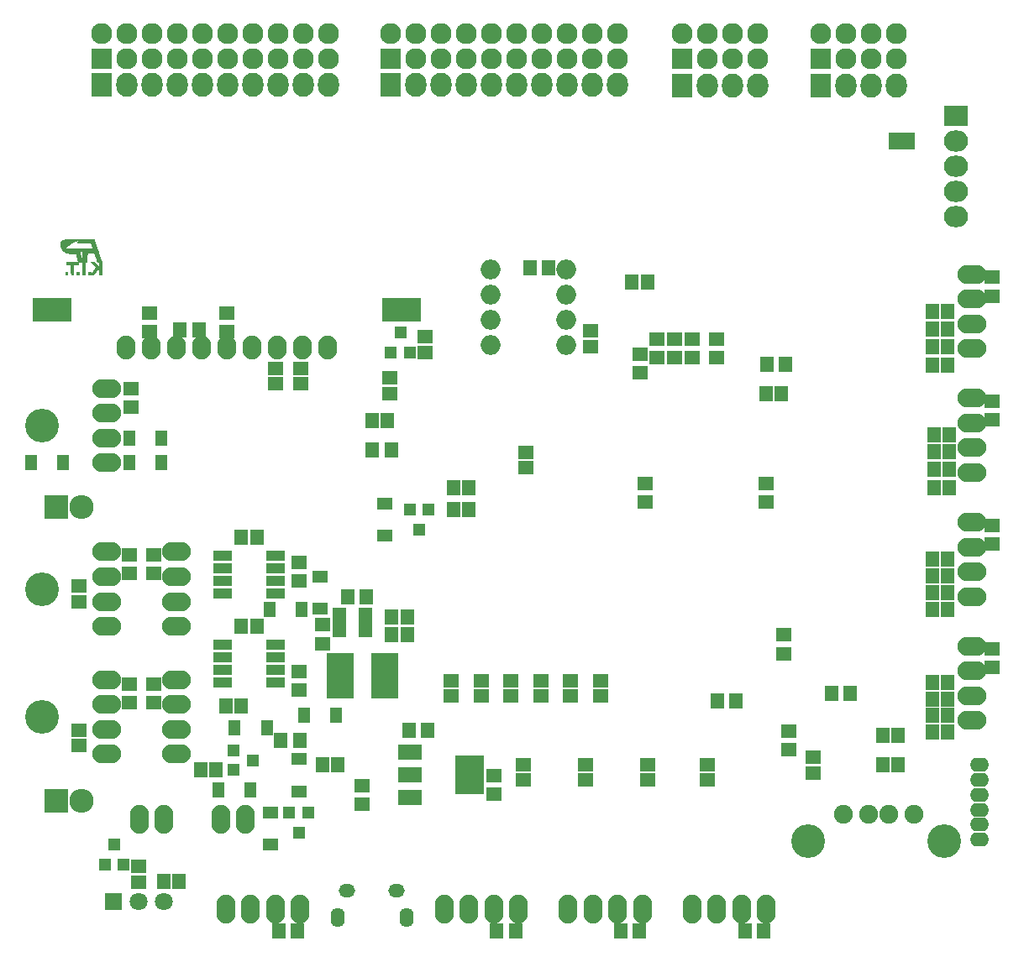
<source format=gbr>
G04 #@! TF.GenerationSoftware,KiCad,Pcbnew,(5.0.0)*
G04 #@! TF.CreationDate,2019-02-23T04:14:29+09:00*
G04 #@! TF.ProjectId,stm32f4_Centaurus,73746D333266345F43656E7461757275,rev?*
G04 #@! TF.SameCoordinates,Original*
G04 #@! TF.FileFunction,Soldermask,Bot*
G04 #@! TF.FilePolarity,Negative*
%FSLAX46Y46*%
G04 Gerber Fmt 4.6, Leading zero omitted, Abs format (unit mm)*
G04 Created by KiCad (PCBNEW (5.0.0)) date 02/23/19 04:14:29*
%MOMM*%
%LPD*%
G01*
G04 APERTURE LIST*
%ADD10C,0.010000*%
%ADD11R,1.600000X1.400000*%
%ADD12O,2.000000X2.000000*%
%ADD13O,2.127200X2.432000*%
%ADD14R,2.127200X2.432000*%
%ADD15R,2.127200X2.127200*%
%ADD16O,2.127200X2.127200*%
%ADD17C,3.400000*%
%ADD18O,2.900000X1.900000*%
%ADD19R,1.400000X1.600000*%
%ADD20R,1.310000X1.620000*%
%ADD21R,1.620000X1.310000*%
%ADD22R,2.800000X4.600000*%
%ADD23O,1.924000X1.400000*%
%ADD24C,1.901140*%
%ADD25C,3.399740*%
%ADD26R,2.400000X1.600000*%
%ADD27R,2.900000X3.900000*%
%ADD28O,1.650000X1.350000*%
%ADD29O,1.400000X1.950000*%
%ADD30O,1.900000X2.900000*%
%ADD31O,2.432000X2.127200*%
%ADD32R,2.432000X2.127200*%
%ADD33R,1.200100X1.200100*%
%ADD34R,1.400760X1.090880*%
%ADD35R,1.950000X1.000000*%
%ADD36R,2.432000X2.432000*%
%ADD37O,2.432000X2.432000*%
%ADD38R,1.365200X1.670000*%
%ADD39O,1.900000X2.400000*%
%ADD40R,3.900000X2.400000*%
%ADD41R,1.797000X1.797000*%
%ADD42C,1.797000*%
G04 APERTURE END LIST*
D10*
G04 #@! TO.C,U10*
G36*
X60353264Y-66966375D02*
X60261575Y-66966446D01*
X60174218Y-66966636D01*
X60092029Y-66966939D01*
X60015845Y-66967347D01*
X59946504Y-66967851D01*
X59884843Y-66968443D01*
X59831699Y-66969117D01*
X59787909Y-66969863D01*
X59754309Y-66970674D01*
X59731738Y-66971542D01*
X59721637Y-66972350D01*
X59695126Y-66976427D01*
X59668508Y-66980397D01*
X59655459Y-66982280D01*
X59622039Y-66989215D01*
X59582223Y-67000859D01*
X59540539Y-67015633D01*
X59501515Y-67031956D01*
X59474777Y-67045333D01*
X59421867Y-67081802D01*
X59376174Y-67127687D01*
X59338800Y-67181379D01*
X59310847Y-67241270D01*
X59293417Y-67305753D01*
X59292459Y-67311374D01*
X59289132Y-67331830D01*
X59971293Y-67333434D01*
X60653455Y-67335038D01*
X60680153Y-67413822D01*
X60688670Y-67438922D01*
X60700551Y-67473882D01*
X60715091Y-67516631D01*
X60731584Y-67565098D01*
X60749327Y-67617212D01*
X60767614Y-67670902D01*
X60779880Y-67706899D01*
X60796669Y-67756202D01*
X60812100Y-67801592D01*
X60825717Y-67841722D01*
X60837065Y-67875248D01*
X60845689Y-67900824D01*
X60851132Y-67917105D01*
X60852944Y-67922741D01*
X60846736Y-67922890D01*
X60828474Y-67923048D01*
X60798708Y-67923215D01*
X60757990Y-67923389D01*
X60706871Y-67923569D01*
X60645901Y-67923754D01*
X60575632Y-67923942D01*
X60496614Y-67924133D01*
X60409399Y-67924326D01*
X60314538Y-67924518D01*
X60212581Y-67924710D01*
X60104080Y-67924899D01*
X59989586Y-67925085D01*
X59869650Y-67925266D01*
X59744822Y-67925442D01*
X59615654Y-67925611D01*
X59482697Y-67925771D01*
X59374987Y-67925892D01*
X59239418Y-67926023D01*
X59107200Y-67926120D01*
X58978886Y-67926182D01*
X58855027Y-67926212D01*
X58736172Y-67926210D01*
X58622874Y-67926177D01*
X58515684Y-67926113D01*
X58415152Y-67926019D01*
X58321829Y-67925897D01*
X58236267Y-67925746D01*
X58159016Y-67925569D01*
X58090628Y-67925365D01*
X58031653Y-67925135D01*
X57982643Y-67924881D01*
X57944148Y-67924603D01*
X57916721Y-67924301D01*
X57900911Y-67923978D01*
X57896997Y-67923706D01*
X57901892Y-67917800D01*
X57915853Y-67905250D01*
X57937798Y-67886884D01*
X57966643Y-67863535D01*
X58001307Y-67836031D01*
X58040705Y-67805202D01*
X58083754Y-67771880D01*
X58129372Y-67736895D01*
X58176476Y-67701076D01*
X58223982Y-67665254D01*
X58270808Y-67630259D01*
X58315870Y-67596921D01*
X58358085Y-67566071D01*
X58396371Y-67538539D01*
X58429644Y-67515155D01*
X58432729Y-67513025D01*
X58477258Y-67482873D01*
X58528514Y-67449057D01*
X58583827Y-67413268D01*
X58640526Y-67377200D01*
X58695941Y-67342547D01*
X58747401Y-67311000D01*
X58792235Y-67284254D01*
X58807742Y-67275265D01*
X58842268Y-67255999D01*
X58883109Y-67234070D01*
X58927820Y-67210710D01*
X58973957Y-67187154D01*
X59019075Y-67164632D01*
X59060730Y-67144379D01*
X59096478Y-67127627D01*
X59123873Y-67115609D01*
X59126029Y-67114727D01*
X59148628Y-67105448D01*
X59167995Y-67097286D01*
X59179603Y-67092161D01*
X59210474Y-67078902D01*
X59249081Y-67064392D01*
X59293234Y-67049263D01*
X59340746Y-67034143D01*
X59389427Y-67019665D01*
X59437089Y-67006457D01*
X59481543Y-66995150D01*
X59520602Y-66986375D01*
X59552076Y-66980763D01*
X59572706Y-66978933D01*
X59586330Y-66977102D01*
X59592410Y-66972664D01*
X59592431Y-66972359D01*
X59586286Y-66971259D01*
X59568476Y-66970296D01*
X59539943Y-66969466D01*
X59501627Y-66968765D01*
X59454469Y-66968189D01*
X59399409Y-66967735D01*
X59337388Y-66967399D01*
X59269346Y-66967177D01*
X59196225Y-66967064D01*
X59118964Y-66967058D01*
X59038504Y-66967155D01*
X58955787Y-66967350D01*
X58871752Y-66967639D01*
X58787340Y-66968020D01*
X58703492Y-66968488D01*
X58621148Y-66969039D01*
X58541248Y-66969670D01*
X58464735Y-66970377D01*
X58392547Y-66971155D01*
X58325626Y-66972002D01*
X58264913Y-66972913D01*
X58211347Y-66973884D01*
X58165870Y-66974912D01*
X58129421Y-66975993D01*
X58102943Y-66977122D01*
X58087375Y-66978297D01*
X58086079Y-66978471D01*
X58008678Y-66992962D01*
X57934563Y-67012585D01*
X57865623Y-67036604D01*
X57803749Y-67064285D01*
X57750829Y-67094890D01*
X57713060Y-67123753D01*
X57669398Y-67170950D01*
X57633938Y-67226647D01*
X57607588Y-67289065D01*
X57591254Y-67356423D01*
X57589932Y-67365319D01*
X57587626Y-67390502D01*
X57586241Y-67423288D01*
X57585778Y-67459631D01*
X57586238Y-67495487D01*
X57587622Y-67526810D01*
X57589895Y-67549330D01*
X57607632Y-67634435D01*
X57633369Y-67720763D01*
X57666013Y-67805951D01*
X57704474Y-67887635D01*
X57747659Y-67963451D01*
X57794475Y-68031034D01*
X57833977Y-68077764D01*
X57888378Y-68129225D01*
X57952887Y-68177873D01*
X58028473Y-68224399D01*
X58073594Y-68248555D01*
X58134831Y-68278317D01*
X58192432Y-68302637D01*
X58249862Y-68322632D01*
X58310584Y-68339418D01*
X58378062Y-68354115D01*
X58430212Y-68363594D01*
X58446999Y-68366112D01*
X58466390Y-68368280D01*
X58489550Y-68370142D01*
X58517643Y-68371739D01*
X58551835Y-68373113D01*
X58593289Y-68374308D01*
X58643170Y-68375364D01*
X58702641Y-68376326D01*
X58772869Y-68377235D01*
X58819715Y-68377762D01*
X59146825Y-68381291D01*
X59179749Y-68504194D01*
X59192899Y-68553462D01*
X59207833Y-68609731D01*
X59224076Y-68671179D01*
X59241149Y-68735981D01*
X59258576Y-68802316D01*
X59275878Y-68868359D01*
X59292579Y-68932288D01*
X59308202Y-68992278D01*
X59322269Y-69046509D01*
X59334303Y-69093155D01*
X59343826Y-69130394D01*
X59347643Y-69145497D01*
X59368617Y-69229008D01*
X59582943Y-69229008D01*
X59797270Y-69229007D01*
X59797270Y-70480100D01*
X60017866Y-70480100D01*
X60017866Y-69229007D01*
X60119474Y-69229007D01*
X60221083Y-69229008D01*
X60224939Y-69161253D01*
X60225875Y-69139961D01*
X60226916Y-69107850D01*
X60228021Y-69066704D01*
X60229149Y-69018310D01*
X60230260Y-68964452D01*
X60231312Y-68906916D01*
X60232266Y-68847486D01*
X60232537Y-68828784D01*
X60233606Y-68758300D01*
X60234734Y-68699123D01*
X60236054Y-68649957D01*
X60237698Y-68609504D01*
X60239797Y-68576467D01*
X60242484Y-68549548D01*
X60245890Y-68527450D01*
X60250147Y-68508875D01*
X60255388Y-68492527D01*
X60261743Y-68477107D01*
X60269346Y-68461319D01*
X60270041Y-68459945D01*
X60298755Y-68415383D01*
X60335605Y-68379924D01*
X60375210Y-68355455D01*
X60395036Y-68345872D01*
X60413931Y-68337928D01*
X60433295Y-68331473D01*
X60454531Y-68326353D01*
X60479041Y-68322417D01*
X60508226Y-68319512D01*
X60543489Y-68317485D01*
X60586233Y-68316185D01*
X60637858Y-68315460D01*
X60699767Y-68315156D01*
X60746565Y-68315112D01*
X60985978Y-68315112D01*
X60994492Y-68335596D01*
X60998796Y-68347004D01*
X61006504Y-68368514D01*
X61016975Y-68398289D01*
X61029565Y-68434492D01*
X61043632Y-68475287D01*
X61056765Y-68513648D01*
X61073339Y-68562181D01*
X61092854Y-68619248D01*
X61114150Y-68681465D01*
X61136067Y-68745445D01*
X61157447Y-68807803D01*
X61177130Y-68865153D01*
X61177627Y-68866601D01*
X61203371Y-68941568D01*
X61225312Y-69005479D01*
X61243744Y-69059201D01*
X61258962Y-69103599D01*
X61271262Y-69139538D01*
X61280939Y-69167884D01*
X61288288Y-69189502D01*
X61293604Y-69205257D01*
X61297182Y-69216015D01*
X61299317Y-69222641D01*
X61300305Y-69226001D01*
X61300471Y-69226862D01*
X61306418Y-69227595D01*
X61322834Y-69228220D01*
X61347584Y-69228691D01*
X61378531Y-69228961D01*
X61398838Y-69229008D01*
X61436184Y-69229132D01*
X61462628Y-69229624D01*
X61479871Y-69230664D01*
X61489617Y-69232430D01*
X61493567Y-69235103D01*
X61493422Y-69238862D01*
X61493379Y-69238977D01*
X61492550Y-69247266D01*
X61491778Y-69266776D01*
X61491083Y-69296125D01*
X61490485Y-69333929D01*
X61490004Y-69378806D01*
X61489661Y-69429371D01*
X61489475Y-69484242D01*
X61489449Y-69508419D01*
X61489345Y-69767891D01*
X61402660Y-69679653D01*
X61377395Y-69653897D01*
X61345067Y-69620883D01*
X61307408Y-69582382D01*
X61266151Y-69540165D01*
X61223025Y-69496005D01*
X61179765Y-69451675D01*
X61147837Y-69418933D01*
X61109615Y-69379942D01*
X61073562Y-69343580D01*
X61040752Y-69310899D01*
X61012259Y-69282952D01*
X60989159Y-69260793D01*
X60972525Y-69245473D01*
X60963434Y-69238046D01*
X60962888Y-69237729D01*
X60951563Y-69234908D01*
X60930814Y-69232577D01*
X60902767Y-69230747D01*
X60869551Y-69229428D01*
X60833292Y-69228628D01*
X60796118Y-69228360D01*
X60760154Y-69228632D01*
X60727529Y-69229454D01*
X60700370Y-69230838D01*
X60680803Y-69232791D01*
X60670955Y-69235326D01*
X60670198Y-69236352D01*
X60674567Y-69241996D01*
X60687147Y-69255667D01*
X60707152Y-69276565D01*
X60733792Y-69303890D01*
X60766281Y-69336844D01*
X60803831Y-69374627D01*
X60845654Y-69416439D01*
X60890961Y-69461481D01*
X60933337Y-69503399D01*
X60988466Y-69557819D01*
X61035265Y-69604084D01*
X61074377Y-69642890D01*
X61106443Y-69674936D01*
X61132106Y-69700920D01*
X61152009Y-69721540D01*
X61166795Y-69737494D01*
X61177104Y-69749479D01*
X61183581Y-69758193D01*
X61186867Y-69764335D01*
X61187604Y-69768603D01*
X61186436Y-69771694D01*
X61184005Y-69774306D01*
X61183292Y-69774950D01*
X61174391Y-69784727D01*
X61160285Y-69802223D01*
X61143015Y-69824841D01*
X61126994Y-69846675D01*
X61104008Y-69878456D01*
X61078084Y-69914079D01*
X61053284Y-69947969D01*
X61042019Y-69963276D01*
X61021492Y-69991174D01*
X60996712Y-70024974D01*
X60970830Y-70060373D01*
X60947423Y-70092482D01*
X60924463Y-70124015D01*
X60900439Y-70156969D01*
X60878134Y-70187529D01*
X60860328Y-70211884D01*
X60859651Y-70212808D01*
X60842677Y-70236021D01*
X60820850Y-70265917D01*
X60796732Y-70298987D01*
X60772883Y-70331721D01*
X60767891Y-70338578D01*
X60746179Y-70368334D01*
X60725283Y-70396852D01*
X60707163Y-70421463D01*
X60693779Y-70439499D01*
X60690495Y-70443873D01*
X60679668Y-70460051D01*
X60673772Y-70472597D01*
X60673535Y-70477248D01*
X60681050Y-70479554D01*
X60698855Y-70481298D01*
X60724645Y-70482498D01*
X60756119Y-70483170D01*
X60790973Y-70483332D01*
X60826904Y-70483004D01*
X60861609Y-70482202D01*
X60892785Y-70480944D01*
X60918130Y-70479248D01*
X60935339Y-70477132D01*
X60941672Y-70475172D01*
X60949540Y-70466943D01*
X60962579Y-70451108D01*
X60978643Y-70430328D01*
X60988491Y-70417072D01*
X61009405Y-70388539D01*
X61032291Y-70357372D01*
X61053028Y-70329183D01*
X61057930Y-70322531D01*
X61071644Y-70303832D01*
X61091045Y-70277242D01*
X61114440Y-70245088D01*
X61140136Y-70209698D01*
X61166439Y-70173401D01*
X61171830Y-70165953D01*
X61214407Y-70107128D01*
X61250102Y-70057854D01*
X61279405Y-70017459D01*
X61302805Y-69985268D01*
X61320792Y-69960608D01*
X61333856Y-69942805D01*
X61341855Y-69932026D01*
X61354877Y-69914649D01*
X61425366Y-69982195D01*
X61495856Y-70049741D01*
X61495856Y-70476948D01*
X61722754Y-70476948D01*
X61722754Y-69237787D01*
X61570914Y-68787479D01*
X61544997Y-68710633D01*
X61519098Y-68633865D01*
X61493675Y-68558535D01*
X61469190Y-68486005D01*
X61446100Y-68417636D01*
X61424866Y-68354787D01*
X61405947Y-68298820D01*
X61389803Y-68251096D01*
X61376894Y-68212975D01*
X61375763Y-68209638D01*
X59900599Y-68209638D01*
X59874691Y-68247789D01*
X59859557Y-68272675D01*
X59843363Y-68303392D01*
X59829267Y-68333891D01*
X59827478Y-68338199D01*
X59819421Y-68358336D01*
X59812516Y-68377001D01*
X59806669Y-68395327D01*
X59801789Y-68414446D01*
X59797782Y-68435492D01*
X59794556Y-68459595D01*
X59792018Y-68487888D01*
X59790076Y-68521503D01*
X59788637Y-68561574D01*
X59787608Y-68609231D01*
X59786896Y-68665608D01*
X59786410Y-68731837D01*
X59786055Y-68809049D01*
X59785920Y-68846096D01*
X59785634Y-68911934D01*
X59785257Y-68973851D01*
X59784805Y-69030727D01*
X59784291Y-69081441D01*
X59783729Y-69124875D01*
X59783133Y-69159906D01*
X59782517Y-69185416D01*
X59781896Y-69200283D01*
X59781433Y-69203776D01*
X59778678Y-69198085D01*
X59773916Y-69182772D01*
X59767937Y-69160508D01*
X59764230Y-69145497D01*
X59757733Y-69118948D01*
X59748952Y-69083854D01*
X59738810Y-69043863D01*
X59728229Y-69002620D01*
X59722381Y-68980050D01*
X59711369Y-68937729D01*
X59699652Y-68892703D01*
X59688348Y-68849265D01*
X59678573Y-68811710D01*
X59674814Y-68797271D01*
X59654670Y-68720368D01*
X59632156Y-68635265D01*
X59608316Y-68545895D01*
X59586095Y-68463226D01*
X59577600Y-68431584D01*
X59566700Y-68390742D01*
X59554190Y-68343693D01*
X59540864Y-68293431D01*
X59527519Y-68242948D01*
X59519957Y-68214268D01*
X59507680Y-68167749D01*
X59495602Y-68122156D01*
X59484355Y-68079866D01*
X59474574Y-68043253D01*
X59466889Y-68014696D01*
X59462920Y-68000128D01*
X59456506Y-67976166D01*
X59451837Y-67957435D01*
X59449603Y-67946765D01*
X59449568Y-67945354D01*
X59453743Y-67949355D01*
X59463781Y-67961205D01*
X59477884Y-67978746D01*
X59485436Y-67988382D01*
X59542918Y-68053137D01*
X59606012Y-68107012D01*
X59674238Y-68149728D01*
X59747117Y-68181009D01*
X59824171Y-68200577D01*
X59859671Y-68205445D01*
X59900599Y-68209638D01*
X61375763Y-68209638D01*
X61369851Y-68192209D01*
X61335128Y-68089997D01*
X61302444Y-67993875D01*
X61272121Y-67904797D01*
X61244486Y-67823713D01*
X61219861Y-67751575D01*
X61198572Y-67689334D01*
X61180943Y-67637943D01*
X61178647Y-67631266D01*
X61169060Y-67603318D01*
X61156057Y-67565299D01*
X61140275Y-67519075D01*
X61122350Y-67466514D01*
X61102919Y-67409480D01*
X61082616Y-67349840D01*
X61062080Y-67289459D01*
X61052638Y-67261681D01*
X61033569Y-67205731D01*
X61015536Y-67153139D01*
X60998983Y-67105175D01*
X60984353Y-67063113D01*
X60972090Y-67028222D01*
X60962639Y-67001776D01*
X60956442Y-66985045D01*
X60954196Y-66979634D01*
X60947075Y-66966328D01*
X60353264Y-66966375D01*
X60353264Y-66966375D01*
G37*
X60353264Y-66966375D02*
X60261575Y-66966446D01*
X60174218Y-66966636D01*
X60092029Y-66966939D01*
X60015845Y-66967347D01*
X59946504Y-66967851D01*
X59884843Y-66968443D01*
X59831699Y-66969117D01*
X59787909Y-66969863D01*
X59754309Y-66970674D01*
X59731738Y-66971542D01*
X59721637Y-66972350D01*
X59695126Y-66976427D01*
X59668508Y-66980397D01*
X59655459Y-66982280D01*
X59622039Y-66989215D01*
X59582223Y-67000859D01*
X59540539Y-67015633D01*
X59501515Y-67031956D01*
X59474777Y-67045333D01*
X59421867Y-67081802D01*
X59376174Y-67127687D01*
X59338800Y-67181379D01*
X59310847Y-67241270D01*
X59293417Y-67305753D01*
X59292459Y-67311374D01*
X59289132Y-67331830D01*
X59971293Y-67333434D01*
X60653455Y-67335038D01*
X60680153Y-67413822D01*
X60688670Y-67438922D01*
X60700551Y-67473882D01*
X60715091Y-67516631D01*
X60731584Y-67565098D01*
X60749327Y-67617212D01*
X60767614Y-67670902D01*
X60779880Y-67706899D01*
X60796669Y-67756202D01*
X60812100Y-67801592D01*
X60825717Y-67841722D01*
X60837065Y-67875248D01*
X60845689Y-67900824D01*
X60851132Y-67917105D01*
X60852944Y-67922741D01*
X60846736Y-67922890D01*
X60828474Y-67923048D01*
X60798708Y-67923215D01*
X60757990Y-67923389D01*
X60706871Y-67923569D01*
X60645901Y-67923754D01*
X60575632Y-67923942D01*
X60496614Y-67924133D01*
X60409399Y-67924326D01*
X60314538Y-67924518D01*
X60212581Y-67924710D01*
X60104080Y-67924899D01*
X59989586Y-67925085D01*
X59869650Y-67925266D01*
X59744822Y-67925442D01*
X59615654Y-67925611D01*
X59482697Y-67925771D01*
X59374987Y-67925892D01*
X59239418Y-67926023D01*
X59107200Y-67926120D01*
X58978886Y-67926182D01*
X58855027Y-67926212D01*
X58736172Y-67926210D01*
X58622874Y-67926177D01*
X58515684Y-67926113D01*
X58415152Y-67926019D01*
X58321829Y-67925897D01*
X58236267Y-67925746D01*
X58159016Y-67925569D01*
X58090628Y-67925365D01*
X58031653Y-67925135D01*
X57982643Y-67924881D01*
X57944148Y-67924603D01*
X57916721Y-67924301D01*
X57900911Y-67923978D01*
X57896997Y-67923706D01*
X57901892Y-67917800D01*
X57915853Y-67905250D01*
X57937798Y-67886884D01*
X57966643Y-67863535D01*
X58001307Y-67836031D01*
X58040705Y-67805202D01*
X58083754Y-67771880D01*
X58129372Y-67736895D01*
X58176476Y-67701076D01*
X58223982Y-67665254D01*
X58270808Y-67630259D01*
X58315870Y-67596921D01*
X58358085Y-67566071D01*
X58396371Y-67538539D01*
X58429644Y-67515155D01*
X58432729Y-67513025D01*
X58477258Y-67482873D01*
X58528514Y-67449057D01*
X58583827Y-67413268D01*
X58640526Y-67377200D01*
X58695941Y-67342547D01*
X58747401Y-67311000D01*
X58792235Y-67284254D01*
X58807742Y-67275265D01*
X58842268Y-67255999D01*
X58883109Y-67234070D01*
X58927820Y-67210710D01*
X58973957Y-67187154D01*
X59019075Y-67164632D01*
X59060730Y-67144379D01*
X59096478Y-67127627D01*
X59123873Y-67115609D01*
X59126029Y-67114727D01*
X59148628Y-67105448D01*
X59167995Y-67097286D01*
X59179603Y-67092161D01*
X59210474Y-67078902D01*
X59249081Y-67064392D01*
X59293234Y-67049263D01*
X59340746Y-67034143D01*
X59389427Y-67019665D01*
X59437089Y-67006457D01*
X59481543Y-66995150D01*
X59520602Y-66986375D01*
X59552076Y-66980763D01*
X59572706Y-66978933D01*
X59586330Y-66977102D01*
X59592410Y-66972664D01*
X59592431Y-66972359D01*
X59586286Y-66971259D01*
X59568476Y-66970296D01*
X59539943Y-66969466D01*
X59501627Y-66968765D01*
X59454469Y-66968189D01*
X59399409Y-66967735D01*
X59337388Y-66967399D01*
X59269346Y-66967177D01*
X59196225Y-66967064D01*
X59118964Y-66967058D01*
X59038504Y-66967155D01*
X58955787Y-66967350D01*
X58871752Y-66967639D01*
X58787340Y-66968020D01*
X58703492Y-66968488D01*
X58621148Y-66969039D01*
X58541248Y-66969670D01*
X58464735Y-66970377D01*
X58392547Y-66971155D01*
X58325626Y-66972002D01*
X58264913Y-66972913D01*
X58211347Y-66973884D01*
X58165870Y-66974912D01*
X58129421Y-66975993D01*
X58102943Y-66977122D01*
X58087375Y-66978297D01*
X58086079Y-66978471D01*
X58008678Y-66992962D01*
X57934563Y-67012585D01*
X57865623Y-67036604D01*
X57803749Y-67064285D01*
X57750829Y-67094890D01*
X57713060Y-67123753D01*
X57669398Y-67170950D01*
X57633938Y-67226647D01*
X57607588Y-67289065D01*
X57591254Y-67356423D01*
X57589932Y-67365319D01*
X57587626Y-67390502D01*
X57586241Y-67423288D01*
X57585778Y-67459631D01*
X57586238Y-67495487D01*
X57587622Y-67526810D01*
X57589895Y-67549330D01*
X57607632Y-67634435D01*
X57633369Y-67720763D01*
X57666013Y-67805951D01*
X57704474Y-67887635D01*
X57747659Y-67963451D01*
X57794475Y-68031034D01*
X57833977Y-68077764D01*
X57888378Y-68129225D01*
X57952887Y-68177873D01*
X58028473Y-68224399D01*
X58073594Y-68248555D01*
X58134831Y-68278317D01*
X58192432Y-68302637D01*
X58249862Y-68322632D01*
X58310584Y-68339418D01*
X58378062Y-68354115D01*
X58430212Y-68363594D01*
X58446999Y-68366112D01*
X58466390Y-68368280D01*
X58489550Y-68370142D01*
X58517643Y-68371739D01*
X58551835Y-68373113D01*
X58593289Y-68374308D01*
X58643170Y-68375364D01*
X58702641Y-68376326D01*
X58772869Y-68377235D01*
X58819715Y-68377762D01*
X59146825Y-68381291D01*
X59179749Y-68504194D01*
X59192899Y-68553462D01*
X59207833Y-68609731D01*
X59224076Y-68671179D01*
X59241149Y-68735981D01*
X59258576Y-68802316D01*
X59275878Y-68868359D01*
X59292579Y-68932288D01*
X59308202Y-68992278D01*
X59322269Y-69046509D01*
X59334303Y-69093155D01*
X59343826Y-69130394D01*
X59347643Y-69145497D01*
X59368617Y-69229008D01*
X59582943Y-69229008D01*
X59797270Y-69229007D01*
X59797270Y-70480100D01*
X60017866Y-70480100D01*
X60017866Y-69229007D01*
X60119474Y-69229007D01*
X60221083Y-69229008D01*
X60224939Y-69161253D01*
X60225875Y-69139961D01*
X60226916Y-69107850D01*
X60228021Y-69066704D01*
X60229149Y-69018310D01*
X60230260Y-68964452D01*
X60231312Y-68906916D01*
X60232266Y-68847486D01*
X60232537Y-68828784D01*
X60233606Y-68758300D01*
X60234734Y-68699123D01*
X60236054Y-68649957D01*
X60237698Y-68609504D01*
X60239797Y-68576467D01*
X60242484Y-68549548D01*
X60245890Y-68527450D01*
X60250147Y-68508875D01*
X60255388Y-68492527D01*
X60261743Y-68477107D01*
X60269346Y-68461319D01*
X60270041Y-68459945D01*
X60298755Y-68415383D01*
X60335605Y-68379924D01*
X60375210Y-68355455D01*
X60395036Y-68345872D01*
X60413931Y-68337928D01*
X60433295Y-68331473D01*
X60454531Y-68326353D01*
X60479041Y-68322417D01*
X60508226Y-68319512D01*
X60543489Y-68317485D01*
X60586233Y-68316185D01*
X60637858Y-68315460D01*
X60699767Y-68315156D01*
X60746565Y-68315112D01*
X60985978Y-68315112D01*
X60994492Y-68335596D01*
X60998796Y-68347004D01*
X61006504Y-68368514D01*
X61016975Y-68398289D01*
X61029565Y-68434492D01*
X61043632Y-68475287D01*
X61056765Y-68513648D01*
X61073339Y-68562181D01*
X61092854Y-68619248D01*
X61114150Y-68681465D01*
X61136067Y-68745445D01*
X61157447Y-68807803D01*
X61177130Y-68865153D01*
X61177627Y-68866601D01*
X61203371Y-68941568D01*
X61225312Y-69005479D01*
X61243744Y-69059201D01*
X61258962Y-69103599D01*
X61271262Y-69139538D01*
X61280939Y-69167884D01*
X61288288Y-69189502D01*
X61293604Y-69205257D01*
X61297182Y-69216015D01*
X61299317Y-69222641D01*
X61300305Y-69226001D01*
X61300471Y-69226862D01*
X61306418Y-69227595D01*
X61322834Y-69228220D01*
X61347584Y-69228691D01*
X61378531Y-69228961D01*
X61398838Y-69229008D01*
X61436184Y-69229132D01*
X61462628Y-69229624D01*
X61479871Y-69230664D01*
X61489617Y-69232430D01*
X61493567Y-69235103D01*
X61493422Y-69238862D01*
X61493379Y-69238977D01*
X61492550Y-69247266D01*
X61491778Y-69266776D01*
X61491083Y-69296125D01*
X61490485Y-69333929D01*
X61490004Y-69378806D01*
X61489661Y-69429371D01*
X61489475Y-69484242D01*
X61489449Y-69508419D01*
X61489345Y-69767891D01*
X61402660Y-69679653D01*
X61377395Y-69653897D01*
X61345067Y-69620883D01*
X61307408Y-69582382D01*
X61266151Y-69540165D01*
X61223025Y-69496005D01*
X61179765Y-69451675D01*
X61147837Y-69418933D01*
X61109615Y-69379942D01*
X61073562Y-69343580D01*
X61040752Y-69310899D01*
X61012259Y-69282952D01*
X60989159Y-69260793D01*
X60972525Y-69245473D01*
X60963434Y-69238046D01*
X60962888Y-69237729D01*
X60951563Y-69234908D01*
X60930814Y-69232577D01*
X60902767Y-69230747D01*
X60869551Y-69229428D01*
X60833292Y-69228628D01*
X60796118Y-69228360D01*
X60760154Y-69228632D01*
X60727529Y-69229454D01*
X60700370Y-69230838D01*
X60680803Y-69232791D01*
X60670955Y-69235326D01*
X60670198Y-69236352D01*
X60674567Y-69241996D01*
X60687147Y-69255667D01*
X60707152Y-69276565D01*
X60733792Y-69303890D01*
X60766281Y-69336844D01*
X60803831Y-69374627D01*
X60845654Y-69416439D01*
X60890961Y-69461481D01*
X60933337Y-69503399D01*
X60988466Y-69557819D01*
X61035265Y-69604084D01*
X61074377Y-69642890D01*
X61106443Y-69674936D01*
X61132106Y-69700920D01*
X61152009Y-69721540D01*
X61166795Y-69737494D01*
X61177104Y-69749479D01*
X61183581Y-69758193D01*
X61186867Y-69764335D01*
X61187604Y-69768603D01*
X61186436Y-69771694D01*
X61184005Y-69774306D01*
X61183292Y-69774950D01*
X61174391Y-69784727D01*
X61160285Y-69802223D01*
X61143015Y-69824841D01*
X61126994Y-69846675D01*
X61104008Y-69878456D01*
X61078084Y-69914079D01*
X61053284Y-69947969D01*
X61042019Y-69963276D01*
X61021492Y-69991174D01*
X60996712Y-70024974D01*
X60970830Y-70060373D01*
X60947423Y-70092482D01*
X60924463Y-70124015D01*
X60900439Y-70156969D01*
X60878134Y-70187529D01*
X60860328Y-70211884D01*
X60859651Y-70212808D01*
X60842677Y-70236021D01*
X60820850Y-70265917D01*
X60796732Y-70298987D01*
X60772883Y-70331721D01*
X60767891Y-70338578D01*
X60746179Y-70368334D01*
X60725283Y-70396852D01*
X60707163Y-70421463D01*
X60693779Y-70439499D01*
X60690495Y-70443873D01*
X60679668Y-70460051D01*
X60673772Y-70472597D01*
X60673535Y-70477248D01*
X60681050Y-70479554D01*
X60698855Y-70481298D01*
X60724645Y-70482498D01*
X60756119Y-70483170D01*
X60790973Y-70483332D01*
X60826904Y-70483004D01*
X60861609Y-70482202D01*
X60892785Y-70480944D01*
X60918130Y-70479248D01*
X60935339Y-70477132D01*
X60941672Y-70475172D01*
X60949540Y-70466943D01*
X60962579Y-70451108D01*
X60978643Y-70430328D01*
X60988491Y-70417072D01*
X61009405Y-70388539D01*
X61032291Y-70357372D01*
X61053028Y-70329183D01*
X61057930Y-70322531D01*
X61071644Y-70303832D01*
X61091045Y-70277242D01*
X61114440Y-70245088D01*
X61140136Y-70209698D01*
X61166439Y-70173401D01*
X61171830Y-70165953D01*
X61214407Y-70107128D01*
X61250102Y-70057854D01*
X61279405Y-70017459D01*
X61302805Y-69985268D01*
X61320792Y-69960608D01*
X61333856Y-69942805D01*
X61341855Y-69932026D01*
X61354877Y-69914649D01*
X61425366Y-69982195D01*
X61495856Y-70049741D01*
X61495856Y-70476948D01*
X61722754Y-70476948D01*
X61722754Y-69237787D01*
X61570914Y-68787479D01*
X61544997Y-68710633D01*
X61519098Y-68633865D01*
X61493675Y-68558535D01*
X61469190Y-68486005D01*
X61446100Y-68417636D01*
X61424866Y-68354787D01*
X61405947Y-68298820D01*
X61389803Y-68251096D01*
X61376894Y-68212975D01*
X61375763Y-68209638D01*
X59900599Y-68209638D01*
X59874691Y-68247789D01*
X59859557Y-68272675D01*
X59843363Y-68303392D01*
X59829267Y-68333891D01*
X59827478Y-68338199D01*
X59819421Y-68358336D01*
X59812516Y-68377001D01*
X59806669Y-68395327D01*
X59801789Y-68414446D01*
X59797782Y-68435492D01*
X59794556Y-68459595D01*
X59792018Y-68487888D01*
X59790076Y-68521503D01*
X59788637Y-68561574D01*
X59787608Y-68609231D01*
X59786896Y-68665608D01*
X59786410Y-68731837D01*
X59786055Y-68809049D01*
X59785920Y-68846096D01*
X59785634Y-68911934D01*
X59785257Y-68973851D01*
X59784805Y-69030727D01*
X59784291Y-69081441D01*
X59783729Y-69124875D01*
X59783133Y-69159906D01*
X59782517Y-69185416D01*
X59781896Y-69200283D01*
X59781433Y-69203776D01*
X59778678Y-69198085D01*
X59773916Y-69182772D01*
X59767937Y-69160508D01*
X59764230Y-69145497D01*
X59757733Y-69118948D01*
X59748952Y-69083854D01*
X59738810Y-69043863D01*
X59728229Y-69002620D01*
X59722381Y-68980050D01*
X59711369Y-68937729D01*
X59699652Y-68892703D01*
X59688348Y-68849265D01*
X59678573Y-68811710D01*
X59674814Y-68797271D01*
X59654670Y-68720368D01*
X59632156Y-68635265D01*
X59608316Y-68545895D01*
X59586095Y-68463226D01*
X59577600Y-68431584D01*
X59566700Y-68390742D01*
X59554190Y-68343693D01*
X59540864Y-68293431D01*
X59527519Y-68242948D01*
X59519957Y-68214268D01*
X59507680Y-68167749D01*
X59495602Y-68122156D01*
X59484355Y-68079866D01*
X59474574Y-68043253D01*
X59466889Y-68014696D01*
X59462920Y-68000128D01*
X59456506Y-67976166D01*
X59451837Y-67957435D01*
X59449603Y-67946765D01*
X59449568Y-67945354D01*
X59453743Y-67949355D01*
X59463781Y-67961205D01*
X59477884Y-67978746D01*
X59485436Y-67988382D01*
X59542918Y-68053137D01*
X59606012Y-68107012D01*
X59674238Y-68149728D01*
X59747117Y-68181009D01*
X59824171Y-68200577D01*
X59859671Y-68205445D01*
X59900599Y-68209638D01*
X61375763Y-68209638D01*
X61369851Y-68192209D01*
X61335128Y-68089997D01*
X61302444Y-67993875D01*
X61272121Y-67904797D01*
X61244486Y-67823713D01*
X61219861Y-67751575D01*
X61198572Y-67689334D01*
X61180943Y-67637943D01*
X61178647Y-67631266D01*
X61169060Y-67603318D01*
X61156057Y-67565299D01*
X61140275Y-67519075D01*
X61122350Y-67466514D01*
X61102919Y-67409480D01*
X61082616Y-67349840D01*
X61062080Y-67289459D01*
X61052638Y-67261681D01*
X61033569Y-67205731D01*
X61015536Y-67153139D01*
X60998983Y-67105175D01*
X60984353Y-67063113D01*
X60972090Y-67028222D01*
X60962639Y-67001776D01*
X60956442Y-66985045D01*
X60954196Y-66979634D01*
X60947075Y-66966328D01*
X60353264Y-66966375D01*
G36*
X60424125Y-70483251D02*
X60651556Y-70483251D01*
X60649848Y-70358772D01*
X60648139Y-70234293D01*
X60427543Y-70234293D01*
X60424125Y-70483251D01*
X60424125Y-70483251D01*
G37*
X60424125Y-70483251D02*
X60651556Y-70483251D01*
X60649848Y-70358772D01*
X60648139Y-70234293D01*
X60427543Y-70234293D01*
X60424125Y-70483251D01*
G36*
X59245781Y-70483251D02*
X59359428Y-70483251D01*
X59402419Y-70483030D01*
X59434168Y-70482306D01*
X59456031Y-70480984D01*
X59469365Y-70478970D01*
X59475526Y-70476170D01*
X59476180Y-70475161D01*
X59477087Y-70466491D01*
X59477697Y-70447404D01*
X59477983Y-70420082D01*
X59477922Y-70386709D01*
X59477558Y-70353833D01*
X59475831Y-70240596D01*
X59245781Y-70237160D01*
X59245781Y-70483251D01*
X59245781Y-70483251D01*
G37*
X59245781Y-70483251D02*
X59359428Y-70483251D01*
X59402419Y-70483030D01*
X59434168Y-70482306D01*
X59456031Y-70480984D01*
X59469365Y-70478970D01*
X59475526Y-70476170D01*
X59476180Y-70475161D01*
X59477087Y-70466491D01*
X59477697Y-70447404D01*
X59477983Y-70420082D01*
X59477922Y-70386709D01*
X59477558Y-70353833D01*
X59475831Y-70240596D01*
X59245781Y-70237160D01*
X59245781Y-70483251D01*
G36*
X58771501Y-69230551D02*
X58183771Y-69232159D01*
X58183771Y-69465360D01*
X58418548Y-69467013D01*
X58653325Y-69468665D01*
X58653325Y-69968395D01*
X58653370Y-70064941D01*
X58653513Y-70149511D01*
X58653763Y-70222734D01*
X58654129Y-70285239D01*
X58654620Y-70337655D01*
X58655246Y-70380610D01*
X58656016Y-70414734D01*
X58656940Y-70440656D01*
X58658027Y-70459004D01*
X58659287Y-70470408D01*
X58660728Y-70475496D01*
X58660888Y-70475688D01*
X58669422Y-70478920D01*
X58688092Y-70481220D01*
X58717651Y-70482638D01*
X58758853Y-70483227D01*
X58770964Y-70483251D01*
X58809271Y-70483150D01*
X58836888Y-70482703D01*
X58855730Y-70481696D01*
X58867709Y-70479916D01*
X58874742Y-70477148D01*
X58878742Y-70473179D01*
X58880001Y-70471060D01*
X58881400Y-70461991D01*
X58882631Y-70440340D01*
X58883694Y-70406131D01*
X58884588Y-70359385D01*
X58885314Y-70300126D01*
X58885870Y-70228375D01*
X58886257Y-70144157D01*
X58886474Y-70047494D01*
X58886526Y-69963690D01*
X58886526Y-69468511D01*
X59113874Y-69468511D01*
X59175101Y-69468439D01*
X59224892Y-69468192D01*
X59264415Y-69467725D01*
X59294838Y-69466995D01*
X59317331Y-69465956D01*
X59333061Y-69464564D01*
X59343197Y-69462776D01*
X59348908Y-69460545D01*
X59350227Y-69459508D01*
X59353634Y-69453512D01*
X59356110Y-69442257D01*
X59357778Y-69424096D01*
X59358764Y-69397381D01*
X59359189Y-69360467D01*
X59359230Y-69339723D01*
X59359230Y-69228943D01*
X58771501Y-69230551D01*
X58771501Y-69230551D01*
G37*
X58771501Y-69230551D02*
X58183771Y-69232159D01*
X58183771Y-69465360D01*
X58418548Y-69467013D01*
X58653325Y-69468665D01*
X58653325Y-69968395D01*
X58653370Y-70064941D01*
X58653513Y-70149511D01*
X58653763Y-70222734D01*
X58654129Y-70285239D01*
X58654620Y-70337655D01*
X58655246Y-70380610D01*
X58656016Y-70414734D01*
X58656940Y-70440656D01*
X58658027Y-70459004D01*
X58659287Y-70470408D01*
X58660728Y-70475496D01*
X58660888Y-70475688D01*
X58669422Y-70478920D01*
X58688092Y-70481220D01*
X58717651Y-70482638D01*
X58758853Y-70483227D01*
X58770964Y-70483251D01*
X58809271Y-70483150D01*
X58836888Y-70482703D01*
X58855730Y-70481696D01*
X58867709Y-70479916D01*
X58874742Y-70477148D01*
X58878742Y-70473179D01*
X58880001Y-70471060D01*
X58881400Y-70461991D01*
X58882631Y-70440340D01*
X58883694Y-70406131D01*
X58884588Y-70359385D01*
X58885314Y-70300126D01*
X58885870Y-70228375D01*
X58886257Y-70144157D01*
X58886474Y-70047494D01*
X58886526Y-69963690D01*
X58886526Y-69468511D01*
X59113874Y-69468511D01*
X59175101Y-69468439D01*
X59224892Y-69468192D01*
X59264415Y-69467725D01*
X59294838Y-69466995D01*
X59317331Y-69465956D01*
X59333061Y-69464564D01*
X59343197Y-69462776D01*
X59348908Y-69460545D01*
X59350227Y-69459508D01*
X59353634Y-69453512D01*
X59356110Y-69442257D01*
X59357778Y-69424096D01*
X59358764Y-69397381D01*
X59359189Y-69360467D01*
X59359230Y-69339723D01*
X59359230Y-69228943D01*
X58771501Y-69230551D01*
G36*
X58073543Y-70336712D02*
X58073814Y-70372841D01*
X58074514Y-70406325D01*
X58075551Y-70434309D01*
X58076833Y-70453936D01*
X58077519Y-70459616D01*
X58081426Y-70483251D01*
X58294069Y-70483251D01*
X58294069Y-70237444D01*
X58073474Y-70237444D01*
X58073543Y-70336712D01*
X58073543Y-70336712D01*
G37*
X58073543Y-70336712D02*
X58073814Y-70372841D01*
X58074514Y-70406325D01*
X58075551Y-70434309D01*
X58076833Y-70453936D01*
X58077519Y-70459616D01*
X58081426Y-70483251D01*
X58294069Y-70483251D01*
X58294069Y-70237444D01*
X58073474Y-70237444D01*
X58073543Y-70336712D01*
G04 #@! TD*
D11*
G04 #@! TO.C,R63*
X104500000Y-90030000D03*
X104500000Y-88470000D03*
G04 #@! TD*
G04 #@! TO.C,R41*
X59500000Y-116470000D03*
X59500000Y-118030000D03*
G04 #@! TD*
D12*
G04 #@! TO.C,U12*
X100950000Y-69990000D03*
X100950000Y-72530000D03*
X100950000Y-75070000D03*
X100950000Y-77610000D03*
X108570000Y-77610000D03*
X108570000Y-75070000D03*
X108570000Y-72530000D03*
X108570000Y-69990000D03*
G04 #@! TD*
D11*
G04 #@! TO.C,R52*
X81850000Y-81530000D03*
X81850000Y-79970000D03*
G04 #@! TD*
D13*
G04 #@! TO.C,P28*
X127870000Y-51500000D03*
X125330000Y-51500000D03*
X122790000Y-51500000D03*
D14*
X120250000Y-51500000D03*
G04 #@! TD*
D15*
G04 #@! TO.C,P31*
X134250000Y-48750000D03*
D16*
X134250000Y-46210000D03*
X136790000Y-48750000D03*
X136790000Y-46210000D03*
X139330000Y-48750000D03*
X139330000Y-46210000D03*
X141870000Y-48750000D03*
X141870000Y-46210000D03*
G04 #@! TD*
D14*
G04 #@! TO.C,P29*
X134250000Y-51500000D03*
D13*
X136790000Y-51500000D03*
X139330000Y-51500000D03*
X141870000Y-51500000D03*
G04 #@! TD*
D16*
G04 #@! TO.C,P30*
X127870000Y-46210000D03*
X127870000Y-48750000D03*
X125330000Y-46210000D03*
X125330000Y-48750000D03*
X122790000Y-46210000D03*
X122790000Y-48750000D03*
X120250000Y-46210000D03*
D15*
X120250000Y-48750000D03*
G04 #@! TD*
D11*
G04 #@! TO.C,C35*
X123750000Y-78930000D03*
X123750000Y-77050000D03*
G04 #@! TD*
D17*
G04 #@! TO.C,P14*
X55750000Y-115150000D03*
D18*
X62250000Y-118900000D03*
X62250000Y-116400000D03*
X62250000Y-113900000D03*
X62250000Y-111400000D03*
G04 #@! TD*
G04 #@! TO.C,P11*
X69250000Y-98500000D03*
X69250000Y-101000000D03*
X69250000Y-103500000D03*
X69250000Y-106000000D03*
G04 #@! TD*
D19*
G04 #@! TO.C,C1*
X123800000Y-113500000D03*
X125680000Y-113500000D03*
G04 #@! TD*
G04 #@! TO.C,C2*
X135320000Y-112750000D03*
X137200000Y-112750000D03*
G04 #@! TD*
D11*
G04 #@! TO.C,C3*
X130500000Y-106870000D03*
X130500000Y-108750000D03*
G04 #@! TD*
G04 #@! TO.C,C4*
X131000000Y-116570000D03*
X131000000Y-118450000D03*
G04 #@! TD*
D19*
G04 #@! TO.C,C5*
X81700000Y-117500000D03*
X79820000Y-117500000D03*
G04 #@! TD*
G04 #@! TO.C,C6*
X92750000Y-116500000D03*
X94630000Y-116500000D03*
G04 #@! TD*
D11*
G04 #@! TO.C,C7*
X101250000Y-122930000D03*
X101250000Y-121050000D03*
G04 #@! TD*
G04 #@! TO.C,C8*
X151500000Y-97680000D03*
X151500000Y-95800000D03*
G04 #@! TD*
G04 #@! TO.C,C9*
X151500000Y-85180000D03*
X151500000Y-83300000D03*
G04 #@! TD*
G04 #@! TO.C,C10*
X88000000Y-122050000D03*
X88000000Y-123930000D03*
G04 #@! TD*
D19*
G04 #@! TO.C,C12*
X90930000Y-88250000D03*
X89050000Y-88250000D03*
G04 #@! TD*
D11*
G04 #@! TO.C,C14*
X151500000Y-70800000D03*
X151500000Y-72680000D03*
G04 #@! TD*
G04 #@! TO.C,C15*
X151500000Y-108300000D03*
X151500000Y-110180000D03*
G04 #@! TD*
D19*
G04 #@! TO.C,C16*
X126570000Y-136750000D03*
X128450000Y-136750000D03*
G04 #@! TD*
G04 #@! TO.C,C17*
X115950000Y-136750000D03*
X114070000Y-136750000D03*
G04 #@! TD*
G04 #@! TO.C,C18*
X86550000Y-103000000D03*
X88430000Y-103000000D03*
G04 #@! TD*
D11*
G04 #@! TO.C,C19*
X84000000Y-107730000D03*
X84000000Y-105850000D03*
G04 #@! TD*
G04 #@! TO.C,C20*
X81600000Y-99520000D03*
X81600000Y-101400000D03*
G04 #@! TD*
G04 #@! TO.C,C21*
X81600000Y-110570000D03*
X81600000Y-112450000D03*
G04 #@! TD*
G04 #@! TO.C,C22*
X67000000Y-98800000D03*
X67000000Y-100680000D03*
G04 #@! TD*
G04 #@! TO.C,C23*
X67000000Y-113680000D03*
X67000000Y-111800000D03*
G04 #@! TD*
D19*
G04 #@! TO.C,C24*
X101570000Y-136750000D03*
X103450000Y-136750000D03*
G04 #@! TD*
G04 #@! TO.C,C25*
X81450000Y-136750000D03*
X79570000Y-136750000D03*
G04 #@! TD*
D20*
G04 #@! TO.C,D12*
X73500000Y-122500000D03*
X76770000Y-122500000D03*
G04 #@! TD*
G04 #@! TO.C,D13*
X75115000Y-116250000D03*
X78385000Y-116250000D03*
G04 #@! TD*
D21*
G04 #@! TO.C,D14*
X83750000Y-104235000D03*
X83750000Y-100965000D03*
G04 #@! TD*
D20*
G04 #@! TO.C,D15*
X85385000Y-115000000D03*
X82115000Y-115000000D03*
G04 #@! TD*
D21*
G04 #@! TO.C,D16*
X78800000Y-128035000D03*
X78800000Y-124765000D03*
G04 #@! TD*
G04 #@! TO.C,D17*
X81600000Y-119365000D03*
X81600000Y-122635000D03*
G04 #@! TD*
D22*
G04 #@! TO.C,L1*
X90250000Y-111000000D03*
X85750000Y-111000000D03*
G04 #@! TD*
D23*
G04 #@! TO.C,P1*
X150250000Y-127500000D03*
X150250000Y-126000000D03*
X150250000Y-124500000D03*
X150250000Y-123000000D03*
X150250000Y-121500000D03*
X150250000Y-120000000D03*
G04 #@! TD*
D24*
G04 #@! TO.C,P2*
X143612860Y-124997880D03*
X141072860Y-124997880D03*
X139040860Y-124997880D03*
X136500860Y-124997880D03*
D25*
X146660860Y-127664880D03*
X132944860Y-127664880D03*
G04 #@! TD*
D11*
G04 #@! TO.C,R1*
X133500000Y-120780000D03*
X133500000Y-119220000D03*
G04 #@! TD*
D19*
G04 #@! TO.C,R2*
X142030000Y-120000000D03*
X140470000Y-120000000D03*
G04 #@! TD*
G04 #@! TO.C,R3*
X140470000Y-117000000D03*
X142030000Y-117000000D03*
G04 #@! TD*
D26*
G04 #@! TO.C,U2*
X92850000Y-121000000D03*
X92850000Y-123300000D03*
X92850000Y-118700000D03*
D27*
X98850000Y-121000000D03*
G04 #@! TD*
D11*
G04 #@! TO.C,C28*
X74350000Y-74400000D03*
X74350000Y-76280000D03*
G04 #@! TD*
G04 #@! TO.C,C29*
X66600000Y-76300000D03*
X66600000Y-74420000D03*
G04 #@! TD*
D19*
G04 #@! TO.C,C30*
X71530000Y-76100000D03*
X69650000Y-76100000D03*
G04 #@! TD*
D11*
G04 #@! TO.C,C31*
X64500000Y-98800000D03*
X64500000Y-100680000D03*
G04 #@! TD*
G04 #@! TO.C,C32*
X64500000Y-113680000D03*
X64500000Y-111800000D03*
G04 #@! TD*
D21*
G04 #@! TO.C,D20*
X90250000Y-96885000D03*
X90250000Y-93615000D03*
G04 #@! TD*
D18*
G04 #@! TO.C,P3*
X149500000Y-103000000D03*
X149500000Y-100500000D03*
X149500000Y-98000000D03*
X149500000Y-95500000D03*
G04 #@! TD*
G04 #@! TO.C,P4*
X149500000Y-83000000D03*
X149500000Y-85500000D03*
X149500000Y-88000000D03*
X149500000Y-90500000D03*
G04 #@! TD*
D28*
G04 #@! TO.C,P5*
X86499100Y-132687460D03*
X91499100Y-132687460D03*
D29*
X85499100Y-135387460D03*
X92499100Y-135387460D03*
G04 #@! TD*
D18*
G04 #@! TO.C,P6*
X149500000Y-70500000D03*
X149500000Y-73000000D03*
X149500000Y-75500000D03*
X149500000Y-78000000D03*
G04 #@! TD*
G04 #@! TO.C,P7*
X149500000Y-115500000D03*
X149500000Y-113000000D03*
X149500000Y-110500000D03*
X149500000Y-108000000D03*
G04 #@! TD*
D30*
G04 #@! TO.C,P8*
X121250000Y-134500000D03*
X123750000Y-134500000D03*
X126250000Y-134500000D03*
X128750000Y-134500000D03*
G04 #@! TD*
G04 #@! TO.C,P9*
X116250000Y-134500000D03*
X113750000Y-134500000D03*
X111250000Y-134500000D03*
X108750000Y-134500000D03*
G04 #@! TD*
G04 #@! TO.C,P10*
X76250000Y-125500000D03*
X73750000Y-125500000D03*
G04 #@! TD*
D18*
G04 #@! TO.C,P12*
X69250000Y-118900000D03*
X69250000Y-116400000D03*
X69250000Y-113900000D03*
X69250000Y-111400000D03*
G04 #@! TD*
G04 #@! TO.C,P13*
X62250000Y-98500000D03*
X62250000Y-101000000D03*
X62250000Y-103500000D03*
X62250000Y-106000000D03*
D17*
X55750000Y-102250000D03*
G04 #@! TD*
D30*
G04 #@! TO.C,P15*
X103750000Y-134500000D03*
X101250000Y-134500000D03*
X98750000Y-134500000D03*
X96250000Y-134500000D03*
G04 #@! TD*
G04 #@! TO.C,P16*
X74250000Y-134500000D03*
X76750000Y-134500000D03*
X79250000Y-134500000D03*
X81750000Y-134500000D03*
G04 #@! TD*
G04 #@! TO.C,P17*
X65550000Y-125500000D03*
X68050000Y-125500000D03*
G04 #@! TD*
D31*
G04 #@! TO.C,P18*
X147830000Y-64660000D03*
X147830000Y-62120000D03*
X147830000Y-59580000D03*
X147830000Y-57040000D03*
D32*
X147830000Y-54500000D03*
G04 #@! TD*
D14*
G04 #@! TO.C,P23*
X90890000Y-51400000D03*
D13*
X93430000Y-51400000D03*
X95970000Y-51400000D03*
X98510000Y-51400000D03*
X101050000Y-51400000D03*
X103590000Y-51400000D03*
X106130000Y-51400000D03*
X108670000Y-51400000D03*
X111210000Y-51400000D03*
X113750000Y-51400000D03*
G04 #@! TD*
G04 #@! TO.C,P24*
X84610000Y-51400000D03*
X82070000Y-51400000D03*
X79530000Y-51400000D03*
X76990000Y-51400000D03*
X74450000Y-51400000D03*
X71910000Y-51400000D03*
X69370000Y-51400000D03*
X66830000Y-51400000D03*
X64290000Y-51400000D03*
D14*
X61750000Y-51400000D03*
G04 #@! TD*
D16*
G04 #@! TO.C,P25*
X113750000Y-46210000D03*
X113750000Y-48750000D03*
X111210000Y-46210000D03*
X111210000Y-48750000D03*
X108670000Y-46210000D03*
X108670000Y-48750000D03*
X106130000Y-46210000D03*
X106130000Y-48750000D03*
X103590000Y-46210000D03*
X103590000Y-48750000D03*
X101050000Y-46210000D03*
X101050000Y-48750000D03*
X98510000Y-46210000D03*
X98510000Y-48750000D03*
X95970000Y-46210000D03*
X95970000Y-48750000D03*
X93430000Y-46210000D03*
X93430000Y-48750000D03*
X90890000Y-46210000D03*
D15*
X90890000Y-48750000D03*
G04 #@! TD*
G04 #@! TO.C,P26*
X61750000Y-48750000D03*
D16*
X61750000Y-46210000D03*
X64290000Y-48750000D03*
X64290000Y-46210000D03*
X66830000Y-48750000D03*
X66830000Y-46210000D03*
X69370000Y-48750000D03*
X69370000Y-46210000D03*
X71910000Y-48750000D03*
X71910000Y-46210000D03*
X74450000Y-48750000D03*
X74450000Y-46210000D03*
X76990000Y-48750000D03*
X76990000Y-46210000D03*
X79530000Y-48750000D03*
X79530000Y-46210000D03*
X82070000Y-48750000D03*
X82070000Y-46210000D03*
X84610000Y-48750000D03*
X84610000Y-46210000D03*
G04 #@! TD*
D33*
G04 #@! TO.C,Q1*
X74999240Y-120450000D03*
X74999240Y-118550000D03*
X76998220Y-119500000D03*
G04 #@! TD*
G04 #@! TO.C,Q2*
X63950000Y-130000760D03*
X62050000Y-130000760D03*
X63000000Y-128001780D03*
G04 #@! TD*
G04 #@! TO.C,Q3*
X81600000Y-126798220D03*
X82550000Y-124799240D03*
X80650000Y-124799240D03*
G04 #@! TD*
G04 #@! TO.C,Q4*
X90900000Y-78350760D03*
X92800000Y-78350760D03*
X91850000Y-76351780D03*
G04 #@! TD*
G04 #@! TO.C,Q5*
X94700000Y-94249240D03*
X92800000Y-94249240D03*
X93750000Y-96248220D03*
G04 #@! TD*
D19*
G04 #@! TO.C,R4*
X145470000Y-100900000D03*
X147030000Y-100900000D03*
G04 #@! TD*
G04 #@! TO.C,R5*
X147030000Y-102600000D03*
X145470000Y-102600000D03*
G04 #@! TD*
G04 #@! TO.C,R6*
X145620000Y-88400000D03*
X147180000Y-88400000D03*
G04 #@! TD*
G04 #@! TO.C,R7*
X147170000Y-90200000D03*
X145610000Y-90200000D03*
G04 #@! TD*
G04 #@! TO.C,R8*
X147030000Y-104300000D03*
X145470000Y-104300000D03*
G04 #@! TD*
G04 #@! TO.C,R9*
X147170000Y-92000000D03*
X145610000Y-92000000D03*
G04 #@! TD*
G04 #@! TO.C,R10*
X145470000Y-99200000D03*
X147030000Y-99200000D03*
G04 #@! TD*
G04 #@! TO.C,R11*
X145640000Y-86700000D03*
X147200000Y-86700000D03*
G04 #@! TD*
G04 #@! TO.C,R12*
X85560000Y-120000000D03*
X84000000Y-120000000D03*
G04 #@! TD*
G04 #@! TO.C,R13*
X147030000Y-76000000D03*
X145470000Y-76000000D03*
G04 #@! TD*
G04 #@! TO.C,R14*
X145470000Y-77800000D03*
X147030000Y-77800000D03*
G04 #@! TD*
G04 #@! TO.C,R15*
X147030000Y-113350000D03*
X145470000Y-113350000D03*
G04 #@! TD*
G04 #@! TO.C,R16*
X145470000Y-115000000D03*
X147030000Y-115000000D03*
G04 #@! TD*
G04 #@! TO.C,R17*
X90530000Y-85250000D03*
X88970000Y-85250000D03*
G04 #@! TD*
G04 #@! TO.C,R18*
X145470000Y-79650000D03*
X147030000Y-79650000D03*
G04 #@! TD*
G04 #@! TO.C,R19*
X147030000Y-116700000D03*
X145470000Y-116700000D03*
G04 #@! TD*
G04 #@! TO.C,R20*
X147030000Y-74250000D03*
X145470000Y-74250000D03*
G04 #@! TD*
G04 #@! TO.C,R21*
X147030000Y-111650000D03*
X145470000Y-111650000D03*
G04 #@! TD*
G04 #@! TO.C,R25*
X130250000Y-82560000D03*
X128690000Y-82560000D03*
G04 #@! TD*
G04 #@! TO.C,R32*
X69530000Y-131750000D03*
X67970000Y-131750000D03*
G04 #@! TD*
G04 #@! TO.C,R33*
X71720000Y-120500000D03*
X73280000Y-120500000D03*
G04 #@! TD*
D11*
G04 #@! TO.C,R34*
X65500000Y-131780000D03*
X65500000Y-130220000D03*
G04 #@! TD*
D19*
G04 #@! TO.C,R35*
X90970000Y-106850000D03*
X92530000Y-106850000D03*
G04 #@! TD*
G04 #@! TO.C,R36*
X90970000Y-105100000D03*
X92530000Y-105100000D03*
G04 #@! TD*
G04 #@! TO.C,R37*
X75810000Y-114000000D03*
X74250000Y-114000000D03*
G04 #@! TD*
G04 #@! TO.C,R38*
X75820000Y-97000000D03*
X77380000Y-97000000D03*
G04 #@! TD*
G04 #@! TO.C,R39*
X77380000Y-106000000D03*
X75820000Y-106000000D03*
G04 #@! TD*
D11*
G04 #@! TO.C,R40*
X59500000Y-101970000D03*
X59500000Y-103530000D03*
G04 #@! TD*
G04 #@! TO.C,R42*
X90750000Y-82530000D03*
X90750000Y-80970000D03*
G04 #@! TD*
G04 #@! TO.C,R43*
X94350000Y-78380000D03*
X94350000Y-76820000D03*
G04 #@! TD*
G04 #@! TO.C,R45*
X110500000Y-121530000D03*
X110500000Y-119970000D03*
G04 #@! TD*
G04 #@! TO.C,R49*
X97000000Y-113030000D03*
X97000000Y-111470000D03*
G04 #@! TD*
G04 #@! TO.C,R50*
X79250000Y-81530000D03*
X79250000Y-79970000D03*
G04 #@! TD*
D19*
G04 #@! TO.C,R51*
X97220000Y-94250000D03*
X98780000Y-94250000D03*
G04 #@! TD*
G04 #@! TO.C,R53*
X97220000Y-92000000D03*
X98780000Y-92000000D03*
G04 #@! TD*
D34*
G04 #@! TO.C,U4*
X88300480Y-104650040D03*
X88300480Y-105600000D03*
X88300480Y-106549960D03*
X85699520Y-106549960D03*
X85699520Y-105600000D03*
X85699520Y-104650040D03*
G04 #@! TD*
D35*
G04 #@! TO.C,U5*
X73900000Y-98895000D03*
X73900000Y-100165000D03*
X73900000Y-101435000D03*
X73900000Y-102705000D03*
X79300000Y-102705000D03*
X79300000Y-101435000D03*
X79300000Y-100165000D03*
X79300000Y-98895000D03*
G04 #@! TD*
G04 #@! TO.C,U6*
X79300000Y-107895000D03*
X79300000Y-109165000D03*
X79300000Y-110435000D03*
X79300000Y-111705000D03*
X73900000Y-111705000D03*
X73900000Y-110435000D03*
X73900000Y-109165000D03*
X73900000Y-107895000D03*
G04 #@! TD*
D11*
G04 #@! TO.C,C33*
X119500000Y-77050000D03*
X119500000Y-78930000D03*
G04 #@! TD*
G04 #@! TO.C,C34*
X117750000Y-78930000D03*
X117750000Y-77050000D03*
G04 #@! TD*
G04 #@! TO.C,C36*
X121250000Y-77050000D03*
X121250000Y-78930000D03*
G04 #@! TD*
G04 #@! TO.C,C37*
X116000000Y-80430000D03*
X116000000Y-78550000D03*
G04 #@! TD*
G04 #@! TO.C,C38*
X116500000Y-93450000D03*
X116500000Y-91570000D03*
G04 #@! TD*
G04 #@! TO.C,C39*
X128750000Y-91570000D03*
X128750000Y-93450000D03*
G04 #@! TD*
D19*
G04 #@! TO.C,C40*
X130670000Y-79560000D03*
X128790000Y-79560000D03*
G04 #@! TD*
D36*
G04 #@! TO.C,JP1*
X57200000Y-94000000D03*
D37*
X59740000Y-94000000D03*
G04 #@! TD*
G04 #@! TO.C,JP2*
X59740000Y-123600000D03*
D36*
X57200000Y-123600000D03*
G04 #@! TD*
D11*
G04 #@! TO.C,R54*
X104250000Y-119970000D03*
X104250000Y-121530000D03*
G04 #@! TD*
G04 #@! TO.C,R55*
X116750000Y-121530000D03*
X116750000Y-119970000D03*
G04 #@! TD*
G04 #@! TO.C,R56*
X122750000Y-119970000D03*
X122750000Y-121530000D03*
G04 #@! TD*
G04 #@! TO.C,R57*
X100000000Y-111470000D03*
X100000000Y-113030000D03*
G04 #@! TD*
G04 #@! TO.C,R58*
X103000000Y-113030000D03*
X103000000Y-111470000D03*
G04 #@! TD*
G04 #@! TO.C,R59*
X109000000Y-111470000D03*
X109000000Y-113030000D03*
G04 #@! TD*
G04 #@! TO.C,R60*
X106000000Y-113030000D03*
X106000000Y-111470000D03*
G04 #@! TD*
G04 #@! TO.C,R61*
X112000000Y-111470000D03*
X112000000Y-113030000D03*
G04 #@! TD*
D19*
G04 #@! TO.C,C41*
X104900000Y-69840000D03*
X106780000Y-69840000D03*
G04 #@! TD*
G04 #@! TO.C,R62*
X116750000Y-71250000D03*
X115190000Y-71250000D03*
G04 #@! TD*
D11*
G04 #@! TO.C,R64*
X111000000Y-76220000D03*
X111000000Y-77780000D03*
G04 #@! TD*
G04 #@! TO.C,C42*
X64750000Y-82050000D03*
X64750000Y-83930000D03*
G04 #@! TD*
D20*
G04 #@! TO.C,D26*
X67770000Y-87000000D03*
X64500000Y-87000000D03*
G04 #@! TD*
G04 #@! TO.C,D27*
X67770000Y-89500000D03*
X64500000Y-89500000D03*
G04 #@! TD*
G04 #@! TO.C,D28*
X54615000Y-89500000D03*
X57885000Y-89500000D03*
G04 #@! TD*
D18*
G04 #@! TO.C,P27*
X62250000Y-82000000D03*
X62250000Y-84500000D03*
X62250000Y-87000000D03*
X62250000Y-89500000D03*
D17*
X55750000Y-85750000D03*
G04 #@! TD*
D38*
G04 #@! TO.C,JP3*
X141715000Y-57040000D03*
X142985000Y-57040000D03*
G04 #@! TD*
D39*
G04 #@! TO.C,U7*
X64190000Y-77885000D03*
X66730000Y-77885000D03*
X69270000Y-77885000D03*
X71810000Y-77885000D03*
X74350000Y-77885000D03*
X76890000Y-77885000D03*
X79430000Y-77885000D03*
X81970000Y-77885000D03*
X84510000Y-77885000D03*
D40*
X56750000Y-74085000D03*
X91950000Y-74085000D03*
G04 #@! TD*
D20*
G04 #@! TO.C,D29*
X78645000Y-104340000D03*
X81915000Y-104340000D03*
G04 #@! TD*
D41*
G04 #@! TO.C,SW1*
X62960000Y-133750000D03*
D42*
X65500000Y-133750000D03*
X68040000Y-133750000D03*
G04 #@! TD*
M02*

</source>
